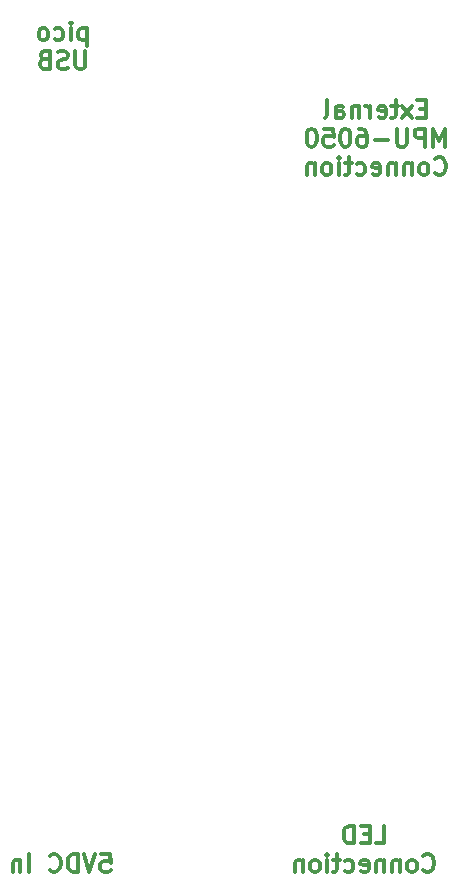
<source format=gbr>
%TF.GenerationSoftware,KiCad,Pcbnew,9.0.6-9.0.6~ubuntu22.04.1*%
%TF.CreationDate,2025-11-25T00:54:22+02:00*%
%TF.ProjectId,pico,7069636f-2e6b-4696-9361-645f70636258,1*%
%TF.SameCoordinates,Original*%
%TF.FileFunction,Legend,Bot*%
%TF.FilePolarity,Positive*%
%FSLAX46Y46*%
G04 Gerber Fmt 4.6, Leading zero omitted, Abs format (unit mm)*
G04 Created by KiCad (PCBNEW 9.0.6-9.0.6~ubuntu22.04.1) date 2025-11-25 00:54:22*
%MOMM*%
%LPD*%
G01*
G04 APERTURE LIST*
%ADD10C,0.300000*%
G04 APERTURE END LIST*
D10*
X137714285Y-59185282D02*
X137214285Y-59185282D01*
X136999999Y-59970996D02*
X137714285Y-59970996D01*
X137714285Y-59970996D02*
X137714285Y-58470996D01*
X137714285Y-58470996D02*
X136999999Y-58470996D01*
X136499999Y-59970996D02*
X135714285Y-58970996D01*
X136499999Y-58970996D02*
X135714285Y-59970996D01*
X135357141Y-58970996D02*
X134785713Y-58970996D01*
X135142856Y-58470996D02*
X135142856Y-59756710D01*
X135142856Y-59756710D02*
X135071427Y-59899568D01*
X135071427Y-59899568D02*
X134928570Y-59970996D01*
X134928570Y-59970996D02*
X134785713Y-59970996D01*
X133714284Y-59899568D02*
X133857141Y-59970996D01*
X133857141Y-59970996D02*
X134142856Y-59970996D01*
X134142856Y-59970996D02*
X134285713Y-59899568D01*
X134285713Y-59899568D02*
X134357141Y-59756710D01*
X134357141Y-59756710D02*
X134357141Y-59185282D01*
X134357141Y-59185282D02*
X134285713Y-59042425D01*
X134285713Y-59042425D02*
X134142856Y-58970996D01*
X134142856Y-58970996D02*
X133857141Y-58970996D01*
X133857141Y-58970996D02*
X133714284Y-59042425D01*
X133714284Y-59042425D02*
X133642856Y-59185282D01*
X133642856Y-59185282D02*
X133642856Y-59328139D01*
X133642856Y-59328139D02*
X134357141Y-59470996D01*
X132999999Y-59970996D02*
X132999999Y-58970996D01*
X132999999Y-59256710D02*
X132928570Y-59113853D01*
X132928570Y-59113853D02*
X132857142Y-59042425D01*
X132857142Y-59042425D02*
X132714284Y-58970996D01*
X132714284Y-58970996D02*
X132571427Y-58970996D01*
X132071428Y-58970996D02*
X132071428Y-59970996D01*
X132071428Y-59113853D02*
X131999999Y-59042425D01*
X131999999Y-59042425D02*
X131857142Y-58970996D01*
X131857142Y-58970996D02*
X131642856Y-58970996D01*
X131642856Y-58970996D02*
X131499999Y-59042425D01*
X131499999Y-59042425D02*
X131428571Y-59185282D01*
X131428571Y-59185282D02*
X131428571Y-59970996D01*
X130071428Y-59970996D02*
X130071428Y-59185282D01*
X130071428Y-59185282D02*
X130142856Y-59042425D01*
X130142856Y-59042425D02*
X130285713Y-58970996D01*
X130285713Y-58970996D02*
X130571428Y-58970996D01*
X130571428Y-58970996D02*
X130714285Y-59042425D01*
X130071428Y-59899568D02*
X130214285Y-59970996D01*
X130214285Y-59970996D02*
X130571428Y-59970996D01*
X130571428Y-59970996D02*
X130714285Y-59899568D01*
X130714285Y-59899568D02*
X130785713Y-59756710D01*
X130785713Y-59756710D02*
X130785713Y-59613853D01*
X130785713Y-59613853D02*
X130714285Y-59470996D01*
X130714285Y-59470996D02*
X130571428Y-59399568D01*
X130571428Y-59399568D02*
X130214285Y-59399568D01*
X130214285Y-59399568D02*
X130071428Y-59328139D01*
X129142856Y-59970996D02*
X129285713Y-59899568D01*
X129285713Y-59899568D02*
X129357142Y-59756710D01*
X129357142Y-59756710D02*
X129357142Y-58470996D01*
X139321428Y-62385912D02*
X139321428Y-60885912D01*
X139321428Y-60885912D02*
X138821428Y-61957341D01*
X138821428Y-61957341D02*
X138321428Y-60885912D01*
X138321428Y-60885912D02*
X138321428Y-62385912D01*
X137607142Y-62385912D02*
X137607142Y-60885912D01*
X137607142Y-60885912D02*
X137035713Y-60885912D01*
X137035713Y-60885912D02*
X136892856Y-60957341D01*
X136892856Y-60957341D02*
X136821427Y-61028769D01*
X136821427Y-61028769D02*
X136749999Y-61171626D01*
X136749999Y-61171626D02*
X136749999Y-61385912D01*
X136749999Y-61385912D02*
X136821427Y-61528769D01*
X136821427Y-61528769D02*
X136892856Y-61600198D01*
X136892856Y-61600198D02*
X137035713Y-61671626D01*
X137035713Y-61671626D02*
X137607142Y-61671626D01*
X136107142Y-60885912D02*
X136107142Y-62100198D01*
X136107142Y-62100198D02*
X136035713Y-62243055D01*
X136035713Y-62243055D02*
X135964285Y-62314484D01*
X135964285Y-62314484D02*
X135821427Y-62385912D01*
X135821427Y-62385912D02*
X135535713Y-62385912D01*
X135535713Y-62385912D02*
X135392856Y-62314484D01*
X135392856Y-62314484D02*
X135321427Y-62243055D01*
X135321427Y-62243055D02*
X135249999Y-62100198D01*
X135249999Y-62100198D02*
X135249999Y-60885912D01*
X134535713Y-61814484D02*
X133392856Y-61814484D01*
X132035713Y-60885912D02*
X132321427Y-60885912D01*
X132321427Y-60885912D02*
X132464284Y-60957341D01*
X132464284Y-60957341D02*
X132535713Y-61028769D01*
X132535713Y-61028769D02*
X132678570Y-61243055D01*
X132678570Y-61243055D02*
X132749998Y-61528769D01*
X132749998Y-61528769D02*
X132749998Y-62100198D01*
X132749998Y-62100198D02*
X132678570Y-62243055D01*
X132678570Y-62243055D02*
X132607141Y-62314484D01*
X132607141Y-62314484D02*
X132464284Y-62385912D01*
X132464284Y-62385912D02*
X132178570Y-62385912D01*
X132178570Y-62385912D02*
X132035713Y-62314484D01*
X132035713Y-62314484D02*
X131964284Y-62243055D01*
X131964284Y-62243055D02*
X131892855Y-62100198D01*
X131892855Y-62100198D02*
X131892855Y-61743055D01*
X131892855Y-61743055D02*
X131964284Y-61600198D01*
X131964284Y-61600198D02*
X132035713Y-61528769D01*
X132035713Y-61528769D02*
X132178570Y-61457341D01*
X132178570Y-61457341D02*
X132464284Y-61457341D01*
X132464284Y-61457341D02*
X132607141Y-61528769D01*
X132607141Y-61528769D02*
X132678570Y-61600198D01*
X132678570Y-61600198D02*
X132749998Y-61743055D01*
X130964284Y-60885912D02*
X130821427Y-60885912D01*
X130821427Y-60885912D02*
X130678570Y-60957341D01*
X130678570Y-60957341D02*
X130607142Y-61028769D01*
X130607142Y-61028769D02*
X130535713Y-61171626D01*
X130535713Y-61171626D02*
X130464284Y-61457341D01*
X130464284Y-61457341D02*
X130464284Y-61814484D01*
X130464284Y-61814484D02*
X130535713Y-62100198D01*
X130535713Y-62100198D02*
X130607142Y-62243055D01*
X130607142Y-62243055D02*
X130678570Y-62314484D01*
X130678570Y-62314484D02*
X130821427Y-62385912D01*
X130821427Y-62385912D02*
X130964284Y-62385912D01*
X130964284Y-62385912D02*
X131107142Y-62314484D01*
X131107142Y-62314484D02*
X131178570Y-62243055D01*
X131178570Y-62243055D02*
X131249999Y-62100198D01*
X131249999Y-62100198D02*
X131321427Y-61814484D01*
X131321427Y-61814484D02*
X131321427Y-61457341D01*
X131321427Y-61457341D02*
X131249999Y-61171626D01*
X131249999Y-61171626D02*
X131178570Y-61028769D01*
X131178570Y-61028769D02*
X131107142Y-60957341D01*
X131107142Y-60957341D02*
X130964284Y-60885912D01*
X129107142Y-60885912D02*
X129821428Y-60885912D01*
X129821428Y-60885912D02*
X129892856Y-61600198D01*
X129892856Y-61600198D02*
X129821428Y-61528769D01*
X129821428Y-61528769D02*
X129678571Y-61457341D01*
X129678571Y-61457341D02*
X129321428Y-61457341D01*
X129321428Y-61457341D02*
X129178571Y-61528769D01*
X129178571Y-61528769D02*
X129107142Y-61600198D01*
X129107142Y-61600198D02*
X129035713Y-61743055D01*
X129035713Y-61743055D02*
X129035713Y-62100198D01*
X129035713Y-62100198D02*
X129107142Y-62243055D01*
X129107142Y-62243055D02*
X129178571Y-62314484D01*
X129178571Y-62314484D02*
X129321428Y-62385912D01*
X129321428Y-62385912D02*
X129678571Y-62385912D01*
X129678571Y-62385912D02*
X129821428Y-62314484D01*
X129821428Y-62314484D02*
X129892856Y-62243055D01*
X128107142Y-60885912D02*
X127964285Y-60885912D01*
X127964285Y-60885912D02*
X127821428Y-60957341D01*
X127821428Y-60957341D02*
X127750000Y-61028769D01*
X127750000Y-61028769D02*
X127678571Y-61171626D01*
X127678571Y-61171626D02*
X127607142Y-61457341D01*
X127607142Y-61457341D02*
X127607142Y-61814484D01*
X127607142Y-61814484D02*
X127678571Y-62100198D01*
X127678571Y-62100198D02*
X127750000Y-62243055D01*
X127750000Y-62243055D02*
X127821428Y-62314484D01*
X127821428Y-62314484D02*
X127964285Y-62385912D01*
X127964285Y-62385912D02*
X128107142Y-62385912D01*
X128107142Y-62385912D02*
X128250000Y-62314484D01*
X128250000Y-62314484D02*
X128321428Y-62243055D01*
X128321428Y-62243055D02*
X128392857Y-62100198D01*
X128392857Y-62100198D02*
X128464285Y-61814484D01*
X128464285Y-61814484D02*
X128464285Y-61457341D01*
X128464285Y-61457341D02*
X128392857Y-61171626D01*
X128392857Y-61171626D02*
X128321428Y-61028769D01*
X128321428Y-61028769D02*
X128250000Y-60957341D01*
X128250000Y-60957341D02*
X128107142Y-60885912D01*
X138500000Y-64657971D02*
X138571428Y-64729400D01*
X138571428Y-64729400D02*
X138785714Y-64800828D01*
X138785714Y-64800828D02*
X138928571Y-64800828D01*
X138928571Y-64800828D02*
X139142857Y-64729400D01*
X139142857Y-64729400D02*
X139285714Y-64586542D01*
X139285714Y-64586542D02*
X139357143Y-64443685D01*
X139357143Y-64443685D02*
X139428571Y-64157971D01*
X139428571Y-64157971D02*
X139428571Y-63943685D01*
X139428571Y-63943685D02*
X139357143Y-63657971D01*
X139357143Y-63657971D02*
X139285714Y-63515114D01*
X139285714Y-63515114D02*
X139142857Y-63372257D01*
X139142857Y-63372257D02*
X138928571Y-63300828D01*
X138928571Y-63300828D02*
X138785714Y-63300828D01*
X138785714Y-63300828D02*
X138571428Y-63372257D01*
X138571428Y-63372257D02*
X138500000Y-63443685D01*
X137642857Y-64800828D02*
X137785714Y-64729400D01*
X137785714Y-64729400D02*
X137857143Y-64657971D01*
X137857143Y-64657971D02*
X137928571Y-64515114D01*
X137928571Y-64515114D02*
X137928571Y-64086542D01*
X137928571Y-64086542D02*
X137857143Y-63943685D01*
X137857143Y-63943685D02*
X137785714Y-63872257D01*
X137785714Y-63872257D02*
X137642857Y-63800828D01*
X137642857Y-63800828D02*
X137428571Y-63800828D01*
X137428571Y-63800828D02*
X137285714Y-63872257D01*
X137285714Y-63872257D02*
X137214286Y-63943685D01*
X137214286Y-63943685D02*
X137142857Y-64086542D01*
X137142857Y-64086542D02*
X137142857Y-64515114D01*
X137142857Y-64515114D02*
X137214286Y-64657971D01*
X137214286Y-64657971D02*
X137285714Y-64729400D01*
X137285714Y-64729400D02*
X137428571Y-64800828D01*
X137428571Y-64800828D02*
X137642857Y-64800828D01*
X136500000Y-63800828D02*
X136500000Y-64800828D01*
X136500000Y-63943685D02*
X136428571Y-63872257D01*
X136428571Y-63872257D02*
X136285714Y-63800828D01*
X136285714Y-63800828D02*
X136071428Y-63800828D01*
X136071428Y-63800828D02*
X135928571Y-63872257D01*
X135928571Y-63872257D02*
X135857143Y-64015114D01*
X135857143Y-64015114D02*
X135857143Y-64800828D01*
X135142857Y-63800828D02*
X135142857Y-64800828D01*
X135142857Y-63943685D02*
X135071428Y-63872257D01*
X135071428Y-63872257D02*
X134928571Y-63800828D01*
X134928571Y-63800828D02*
X134714285Y-63800828D01*
X134714285Y-63800828D02*
X134571428Y-63872257D01*
X134571428Y-63872257D02*
X134500000Y-64015114D01*
X134500000Y-64015114D02*
X134500000Y-64800828D01*
X133214285Y-64729400D02*
X133357142Y-64800828D01*
X133357142Y-64800828D02*
X133642857Y-64800828D01*
X133642857Y-64800828D02*
X133785714Y-64729400D01*
X133785714Y-64729400D02*
X133857142Y-64586542D01*
X133857142Y-64586542D02*
X133857142Y-64015114D01*
X133857142Y-64015114D02*
X133785714Y-63872257D01*
X133785714Y-63872257D02*
X133642857Y-63800828D01*
X133642857Y-63800828D02*
X133357142Y-63800828D01*
X133357142Y-63800828D02*
X133214285Y-63872257D01*
X133214285Y-63872257D02*
X133142857Y-64015114D01*
X133142857Y-64015114D02*
X133142857Y-64157971D01*
X133142857Y-64157971D02*
X133857142Y-64300828D01*
X131857143Y-64729400D02*
X132000000Y-64800828D01*
X132000000Y-64800828D02*
X132285714Y-64800828D01*
X132285714Y-64800828D02*
X132428571Y-64729400D01*
X132428571Y-64729400D02*
X132500000Y-64657971D01*
X132500000Y-64657971D02*
X132571428Y-64515114D01*
X132571428Y-64515114D02*
X132571428Y-64086542D01*
X132571428Y-64086542D02*
X132500000Y-63943685D01*
X132500000Y-63943685D02*
X132428571Y-63872257D01*
X132428571Y-63872257D02*
X132285714Y-63800828D01*
X132285714Y-63800828D02*
X132000000Y-63800828D01*
X132000000Y-63800828D02*
X131857143Y-63872257D01*
X131428571Y-63800828D02*
X130857143Y-63800828D01*
X131214286Y-63300828D02*
X131214286Y-64586542D01*
X131214286Y-64586542D02*
X131142857Y-64729400D01*
X131142857Y-64729400D02*
X131000000Y-64800828D01*
X131000000Y-64800828D02*
X130857143Y-64800828D01*
X130357143Y-64800828D02*
X130357143Y-63800828D01*
X130357143Y-63300828D02*
X130428571Y-63372257D01*
X130428571Y-63372257D02*
X130357143Y-63443685D01*
X130357143Y-63443685D02*
X130285714Y-63372257D01*
X130285714Y-63372257D02*
X130357143Y-63300828D01*
X130357143Y-63300828D02*
X130357143Y-63443685D01*
X129428571Y-64800828D02*
X129571428Y-64729400D01*
X129571428Y-64729400D02*
X129642857Y-64657971D01*
X129642857Y-64657971D02*
X129714285Y-64515114D01*
X129714285Y-64515114D02*
X129714285Y-64086542D01*
X129714285Y-64086542D02*
X129642857Y-63943685D01*
X129642857Y-63943685D02*
X129571428Y-63872257D01*
X129571428Y-63872257D02*
X129428571Y-63800828D01*
X129428571Y-63800828D02*
X129214285Y-63800828D01*
X129214285Y-63800828D02*
X129071428Y-63872257D01*
X129071428Y-63872257D02*
X129000000Y-63943685D01*
X129000000Y-63943685D02*
X128928571Y-64086542D01*
X128928571Y-64086542D02*
X128928571Y-64515114D01*
X128928571Y-64515114D02*
X129000000Y-64657971D01*
X129000000Y-64657971D02*
X129071428Y-64729400D01*
X129071428Y-64729400D02*
X129214285Y-64800828D01*
X129214285Y-64800828D02*
X129428571Y-64800828D01*
X128285714Y-63800828D02*
X128285714Y-64800828D01*
X128285714Y-63943685D02*
X128214285Y-63872257D01*
X128214285Y-63872257D02*
X128071428Y-63800828D01*
X128071428Y-63800828D02*
X127857142Y-63800828D01*
X127857142Y-63800828D02*
X127714285Y-63872257D01*
X127714285Y-63872257D02*
X127642857Y-64015114D01*
X127642857Y-64015114D02*
X127642857Y-64800828D01*
X109000000Y-52385912D02*
X109000000Y-53885912D01*
X109000000Y-52457341D02*
X108857143Y-52385912D01*
X108857143Y-52385912D02*
X108571428Y-52385912D01*
X108571428Y-52385912D02*
X108428571Y-52457341D01*
X108428571Y-52457341D02*
X108357143Y-52528769D01*
X108357143Y-52528769D02*
X108285714Y-52671626D01*
X108285714Y-52671626D02*
X108285714Y-53100198D01*
X108285714Y-53100198D02*
X108357143Y-53243055D01*
X108357143Y-53243055D02*
X108428571Y-53314484D01*
X108428571Y-53314484D02*
X108571428Y-53385912D01*
X108571428Y-53385912D02*
X108857143Y-53385912D01*
X108857143Y-53385912D02*
X109000000Y-53314484D01*
X107642857Y-53385912D02*
X107642857Y-52385912D01*
X107642857Y-51885912D02*
X107714285Y-51957341D01*
X107714285Y-51957341D02*
X107642857Y-52028769D01*
X107642857Y-52028769D02*
X107571428Y-51957341D01*
X107571428Y-51957341D02*
X107642857Y-51885912D01*
X107642857Y-51885912D02*
X107642857Y-52028769D01*
X106285714Y-53314484D02*
X106428571Y-53385912D01*
X106428571Y-53385912D02*
X106714285Y-53385912D01*
X106714285Y-53385912D02*
X106857142Y-53314484D01*
X106857142Y-53314484D02*
X106928571Y-53243055D01*
X106928571Y-53243055D02*
X106999999Y-53100198D01*
X106999999Y-53100198D02*
X106999999Y-52671626D01*
X106999999Y-52671626D02*
X106928571Y-52528769D01*
X106928571Y-52528769D02*
X106857142Y-52457341D01*
X106857142Y-52457341D02*
X106714285Y-52385912D01*
X106714285Y-52385912D02*
X106428571Y-52385912D01*
X106428571Y-52385912D02*
X106285714Y-52457341D01*
X105428571Y-53385912D02*
X105571428Y-53314484D01*
X105571428Y-53314484D02*
X105642857Y-53243055D01*
X105642857Y-53243055D02*
X105714285Y-53100198D01*
X105714285Y-53100198D02*
X105714285Y-52671626D01*
X105714285Y-52671626D02*
X105642857Y-52528769D01*
X105642857Y-52528769D02*
X105571428Y-52457341D01*
X105571428Y-52457341D02*
X105428571Y-52385912D01*
X105428571Y-52385912D02*
X105214285Y-52385912D01*
X105214285Y-52385912D02*
X105071428Y-52457341D01*
X105071428Y-52457341D02*
X105000000Y-52528769D01*
X105000000Y-52528769D02*
X104928571Y-52671626D01*
X104928571Y-52671626D02*
X104928571Y-53100198D01*
X104928571Y-53100198D02*
X105000000Y-53243055D01*
X105000000Y-53243055D02*
X105071428Y-53314484D01*
X105071428Y-53314484D02*
X105214285Y-53385912D01*
X105214285Y-53385912D02*
X105428571Y-53385912D01*
X108892857Y-54300828D02*
X108892857Y-55515114D01*
X108892857Y-55515114D02*
X108821428Y-55657971D01*
X108821428Y-55657971D02*
X108750000Y-55729400D01*
X108750000Y-55729400D02*
X108607142Y-55800828D01*
X108607142Y-55800828D02*
X108321428Y-55800828D01*
X108321428Y-55800828D02*
X108178571Y-55729400D01*
X108178571Y-55729400D02*
X108107142Y-55657971D01*
X108107142Y-55657971D02*
X108035714Y-55515114D01*
X108035714Y-55515114D02*
X108035714Y-54300828D01*
X107392856Y-55729400D02*
X107178571Y-55800828D01*
X107178571Y-55800828D02*
X106821428Y-55800828D01*
X106821428Y-55800828D02*
X106678571Y-55729400D01*
X106678571Y-55729400D02*
X106607142Y-55657971D01*
X106607142Y-55657971D02*
X106535713Y-55515114D01*
X106535713Y-55515114D02*
X106535713Y-55372257D01*
X106535713Y-55372257D02*
X106607142Y-55229400D01*
X106607142Y-55229400D02*
X106678571Y-55157971D01*
X106678571Y-55157971D02*
X106821428Y-55086542D01*
X106821428Y-55086542D02*
X107107142Y-55015114D01*
X107107142Y-55015114D02*
X107249999Y-54943685D01*
X107249999Y-54943685D02*
X107321428Y-54872257D01*
X107321428Y-54872257D02*
X107392856Y-54729400D01*
X107392856Y-54729400D02*
X107392856Y-54586542D01*
X107392856Y-54586542D02*
X107321428Y-54443685D01*
X107321428Y-54443685D02*
X107249999Y-54372257D01*
X107249999Y-54372257D02*
X107107142Y-54300828D01*
X107107142Y-54300828D02*
X106749999Y-54300828D01*
X106749999Y-54300828D02*
X106535713Y-54372257D01*
X105392857Y-55015114D02*
X105178571Y-55086542D01*
X105178571Y-55086542D02*
X105107142Y-55157971D01*
X105107142Y-55157971D02*
X105035714Y-55300828D01*
X105035714Y-55300828D02*
X105035714Y-55515114D01*
X105035714Y-55515114D02*
X105107142Y-55657971D01*
X105107142Y-55657971D02*
X105178571Y-55729400D01*
X105178571Y-55729400D02*
X105321428Y-55800828D01*
X105321428Y-55800828D02*
X105892857Y-55800828D01*
X105892857Y-55800828D02*
X105892857Y-54300828D01*
X105892857Y-54300828D02*
X105392857Y-54300828D01*
X105392857Y-54300828D02*
X105250000Y-54372257D01*
X105250000Y-54372257D02*
X105178571Y-54443685D01*
X105178571Y-54443685D02*
X105107142Y-54586542D01*
X105107142Y-54586542D02*
X105107142Y-54729400D01*
X105107142Y-54729400D02*
X105178571Y-54872257D01*
X105178571Y-54872257D02*
X105250000Y-54943685D01*
X105250000Y-54943685D02*
X105392857Y-55015114D01*
X105392857Y-55015114D02*
X105892857Y-55015114D01*
X133464285Y-121385912D02*
X134178571Y-121385912D01*
X134178571Y-121385912D02*
X134178571Y-119885912D01*
X132964285Y-120600198D02*
X132464285Y-120600198D01*
X132249999Y-121385912D02*
X132964285Y-121385912D01*
X132964285Y-121385912D02*
X132964285Y-119885912D01*
X132964285Y-119885912D02*
X132249999Y-119885912D01*
X131607142Y-121385912D02*
X131607142Y-119885912D01*
X131607142Y-119885912D02*
X131249999Y-119885912D01*
X131249999Y-119885912D02*
X131035713Y-119957341D01*
X131035713Y-119957341D02*
X130892856Y-120100198D01*
X130892856Y-120100198D02*
X130821427Y-120243055D01*
X130821427Y-120243055D02*
X130749999Y-120528769D01*
X130749999Y-120528769D02*
X130749999Y-120743055D01*
X130749999Y-120743055D02*
X130821427Y-121028769D01*
X130821427Y-121028769D02*
X130892856Y-121171626D01*
X130892856Y-121171626D02*
X131035713Y-121314484D01*
X131035713Y-121314484D02*
X131249999Y-121385912D01*
X131249999Y-121385912D02*
X131607142Y-121385912D01*
X137500000Y-123657971D02*
X137571428Y-123729400D01*
X137571428Y-123729400D02*
X137785714Y-123800828D01*
X137785714Y-123800828D02*
X137928571Y-123800828D01*
X137928571Y-123800828D02*
X138142857Y-123729400D01*
X138142857Y-123729400D02*
X138285714Y-123586542D01*
X138285714Y-123586542D02*
X138357143Y-123443685D01*
X138357143Y-123443685D02*
X138428571Y-123157971D01*
X138428571Y-123157971D02*
X138428571Y-122943685D01*
X138428571Y-122943685D02*
X138357143Y-122657971D01*
X138357143Y-122657971D02*
X138285714Y-122515114D01*
X138285714Y-122515114D02*
X138142857Y-122372257D01*
X138142857Y-122372257D02*
X137928571Y-122300828D01*
X137928571Y-122300828D02*
X137785714Y-122300828D01*
X137785714Y-122300828D02*
X137571428Y-122372257D01*
X137571428Y-122372257D02*
X137500000Y-122443685D01*
X136642857Y-123800828D02*
X136785714Y-123729400D01*
X136785714Y-123729400D02*
X136857143Y-123657971D01*
X136857143Y-123657971D02*
X136928571Y-123515114D01*
X136928571Y-123515114D02*
X136928571Y-123086542D01*
X136928571Y-123086542D02*
X136857143Y-122943685D01*
X136857143Y-122943685D02*
X136785714Y-122872257D01*
X136785714Y-122872257D02*
X136642857Y-122800828D01*
X136642857Y-122800828D02*
X136428571Y-122800828D01*
X136428571Y-122800828D02*
X136285714Y-122872257D01*
X136285714Y-122872257D02*
X136214286Y-122943685D01*
X136214286Y-122943685D02*
X136142857Y-123086542D01*
X136142857Y-123086542D02*
X136142857Y-123515114D01*
X136142857Y-123515114D02*
X136214286Y-123657971D01*
X136214286Y-123657971D02*
X136285714Y-123729400D01*
X136285714Y-123729400D02*
X136428571Y-123800828D01*
X136428571Y-123800828D02*
X136642857Y-123800828D01*
X135500000Y-122800828D02*
X135500000Y-123800828D01*
X135500000Y-122943685D02*
X135428571Y-122872257D01*
X135428571Y-122872257D02*
X135285714Y-122800828D01*
X135285714Y-122800828D02*
X135071428Y-122800828D01*
X135071428Y-122800828D02*
X134928571Y-122872257D01*
X134928571Y-122872257D02*
X134857143Y-123015114D01*
X134857143Y-123015114D02*
X134857143Y-123800828D01*
X134142857Y-122800828D02*
X134142857Y-123800828D01*
X134142857Y-122943685D02*
X134071428Y-122872257D01*
X134071428Y-122872257D02*
X133928571Y-122800828D01*
X133928571Y-122800828D02*
X133714285Y-122800828D01*
X133714285Y-122800828D02*
X133571428Y-122872257D01*
X133571428Y-122872257D02*
X133500000Y-123015114D01*
X133500000Y-123015114D02*
X133500000Y-123800828D01*
X132214285Y-123729400D02*
X132357142Y-123800828D01*
X132357142Y-123800828D02*
X132642857Y-123800828D01*
X132642857Y-123800828D02*
X132785714Y-123729400D01*
X132785714Y-123729400D02*
X132857142Y-123586542D01*
X132857142Y-123586542D02*
X132857142Y-123015114D01*
X132857142Y-123015114D02*
X132785714Y-122872257D01*
X132785714Y-122872257D02*
X132642857Y-122800828D01*
X132642857Y-122800828D02*
X132357142Y-122800828D01*
X132357142Y-122800828D02*
X132214285Y-122872257D01*
X132214285Y-122872257D02*
X132142857Y-123015114D01*
X132142857Y-123015114D02*
X132142857Y-123157971D01*
X132142857Y-123157971D02*
X132857142Y-123300828D01*
X130857143Y-123729400D02*
X131000000Y-123800828D01*
X131000000Y-123800828D02*
X131285714Y-123800828D01*
X131285714Y-123800828D02*
X131428571Y-123729400D01*
X131428571Y-123729400D02*
X131500000Y-123657971D01*
X131500000Y-123657971D02*
X131571428Y-123515114D01*
X131571428Y-123515114D02*
X131571428Y-123086542D01*
X131571428Y-123086542D02*
X131500000Y-122943685D01*
X131500000Y-122943685D02*
X131428571Y-122872257D01*
X131428571Y-122872257D02*
X131285714Y-122800828D01*
X131285714Y-122800828D02*
X131000000Y-122800828D01*
X131000000Y-122800828D02*
X130857143Y-122872257D01*
X130428571Y-122800828D02*
X129857143Y-122800828D01*
X130214286Y-122300828D02*
X130214286Y-123586542D01*
X130214286Y-123586542D02*
X130142857Y-123729400D01*
X130142857Y-123729400D02*
X130000000Y-123800828D01*
X130000000Y-123800828D02*
X129857143Y-123800828D01*
X129357143Y-123800828D02*
X129357143Y-122800828D01*
X129357143Y-122300828D02*
X129428571Y-122372257D01*
X129428571Y-122372257D02*
X129357143Y-122443685D01*
X129357143Y-122443685D02*
X129285714Y-122372257D01*
X129285714Y-122372257D02*
X129357143Y-122300828D01*
X129357143Y-122300828D02*
X129357143Y-122443685D01*
X128428571Y-123800828D02*
X128571428Y-123729400D01*
X128571428Y-123729400D02*
X128642857Y-123657971D01*
X128642857Y-123657971D02*
X128714285Y-123515114D01*
X128714285Y-123515114D02*
X128714285Y-123086542D01*
X128714285Y-123086542D02*
X128642857Y-122943685D01*
X128642857Y-122943685D02*
X128571428Y-122872257D01*
X128571428Y-122872257D02*
X128428571Y-122800828D01*
X128428571Y-122800828D02*
X128214285Y-122800828D01*
X128214285Y-122800828D02*
X128071428Y-122872257D01*
X128071428Y-122872257D02*
X128000000Y-122943685D01*
X128000000Y-122943685D02*
X127928571Y-123086542D01*
X127928571Y-123086542D02*
X127928571Y-123515114D01*
X127928571Y-123515114D02*
X128000000Y-123657971D01*
X128000000Y-123657971D02*
X128071428Y-123729400D01*
X128071428Y-123729400D02*
X128214285Y-123800828D01*
X128214285Y-123800828D02*
X128428571Y-123800828D01*
X127285714Y-122800828D02*
X127285714Y-123800828D01*
X127285714Y-122943685D02*
X127214285Y-122872257D01*
X127214285Y-122872257D02*
X127071428Y-122800828D01*
X127071428Y-122800828D02*
X126857142Y-122800828D01*
X126857142Y-122800828D02*
X126714285Y-122872257D01*
X126714285Y-122872257D02*
X126642857Y-123015114D01*
X126642857Y-123015114D02*
X126642857Y-123800828D01*
X110231203Y-122300828D02*
X110945489Y-122300828D01*
X110945489Y-122300828D02*
X111016917Y-123015114D01*
X111016917Y-123015114D02*
X110945489Y-122943685D01*
X110945489Y-122943685D02*
X110802632Y-122872257D01*
X110802632Y-122872257D02*
X110445489Y-122872257D01*
X110445489Y-122872257D02*
X110302632Y-122943685D01*
X110302632Y-122943685D02*
X110231203Y-123015114D01*
X110231203Y-123015114D02*
X110159774Y-123157971D01*
X110159774Y-123157971D02*
X110159774Y-123515114D01*
X110159774Y-123515114D02*
X110231203Y-123657971D01*
X110231203Y-123657971D02*
X110302632Y-123729400D01*
X110302632Y-123729400D02*
X110445489Y-123800828D01*
X110445489Y-123800828D02*
X110802632Y-123800828D01*
X110802632Y-123800828D02*
X110945489Y-123729400D01*
X110945489Y-123729400D02*
X111016917Y-123657971D01*
X109731203Y-122300828D02*
X109231203Y-123800828D01*
X109231203Y-123800828D02*
X108731203Y-122300828D01*
X108231204Y-123800828D02*
X108231204Y-122300828D01*
X108231204Y-122300828D02*
X107874061Y-122300828D01*
X107874061Y-122300828D02*
X107659775Y-122372257D01*
X107659775Y-122372257D02*
X107516918Y-122515114D01*
X107516918Y-122515114D02*
X107445489Y-122657971D01*
X107445489Y-122657971D02*
X107374061Y-122943685D01*
X107374061Y-122943685D02*
X107374061Y-123157971D01*
X107374061Y-123157971D02*
X107445489Y-123443685D01*
X107445489Y-123443685D02*
X107516918Y-123586542D01*
X107516918Y-123586542D02*
X107659775Y-123729400D01*
X107659775Y-123729400D02*
X107874061Y-123800828D01*
X107874061Y-123800828D02*
X108231204Y-123800828D01*
X105874061Y-123657971D02*
X105945489Y-123729400D01*
X105945489Y-123729400D02*
X106159775Y-123800828D01*
X106159775Y-123800828D02*
X106302632Y-123800828D01*
X106302632Y-123800828D02*
X106516918Y-123729400D01*
X106516918Y-123729400D02*
X106659775Y-123586542D01*
X106659775Y-123586542D02*
X106731204Y-123443685D01*
X106731204Y-123443685D02*
X106802632Y-123157971D01*
X106802632Y-123157971D02*
X106802632Y-122943685D01*
X106802632Y-122943685D02*
X106731204Y-122657971D01*
X106731204Y-122657971D02*
X106659775Y-122515114D01*
X106659775Y-122515114D02*
X106516918Y-122372257D01*
X106516918Y-122372257D02*
X106302632Y-122300828D01*
X106302632Y-122300828D02*
X106159775Y-122300828D01*
X106159775Y-122300828D02*
X105945489Y-122372257D01*
X105945489Y-122372257D02*
X105874061Y-122443685D01*
X104088347Y-123800828D02*
X104088347Y-122300828D01*
X103374061Y-122800828D02*
X103374061Y-123800828D01*
X103374061Y-122943685D02*
X103302632Y-122872257D01*
X103302632Y-122872257D02*
X103159775Y-122800828D01*
X103159775Y-122800828D02*
X102945489Y-122800828D01*
X102945489Y-122800828D02*
X102802632Y-122872257D01*
X102802632Y-122872257D02*
X102731204Y-123015114D01*
X102731204Y-123015114D02*
X102731204Y-123800828D01*
M02*

</source>
